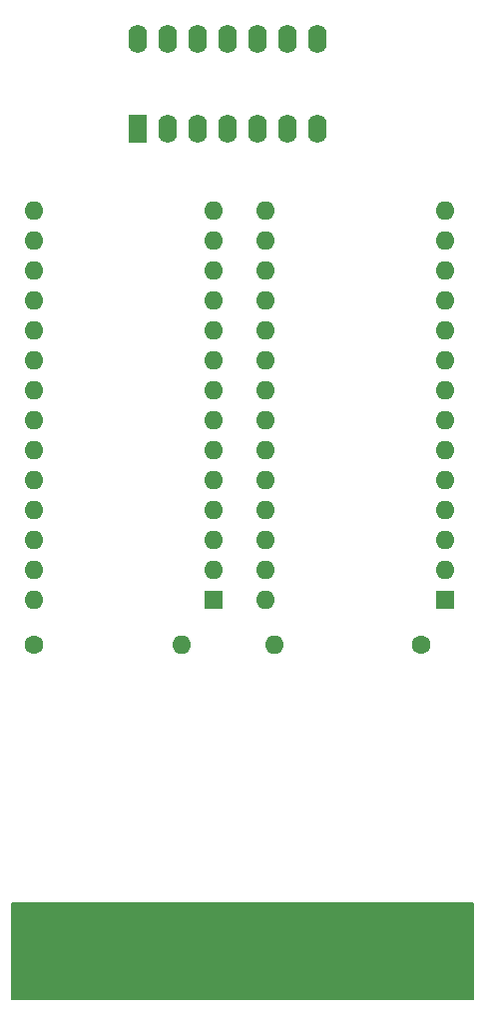
<source format=gbs>
%TF.GenerationSoftware,KiCad,Pcbnew,8.0.6+1*%
%TF.CreationDate,2024-12-27T18:58:42+01:00*%
%TF.ProjectId,QL_ROM_Cartridge_original,514c5f52-4f4d-45f4-9361-727472696467,0*%
%TF.SameCoordinates,Original*%
%TF.FileFunction,Soldermask,Bot*%
%TF.FilePolarity,Negative*%
%FSLAX46Y46*%
G04 Gerber Fmt 4.6, Leading zero omitted, Abs format (unit mm)*
G04 Created by KiCad (PCBNEW 8.0.6+1) date 2024-12-27 18:58:42*
%MOMM*%
%LPD*%
G01*
G04 APERTURE LIST*
%ADD10C,0.150000*%
%ADD11R,1.600000X1.600000*%
%ADD12O,1.600000X1.600000*%
%ADD13C,1.600000*%
%ADD14R,1.600000X2.400000*%
%ADD15O,1.600000X2.400000*%
G04 APERTURE END LIST*
D10*
%TO.C,J1*%
X39878000Y468000D02*
X762000Y468000D01*
X762000Y8596000D01*
X39878000Y8596000D01*
X39878000Y468000D01*
G36*
X39878000Y468000D02*
G01*
X762000Y468000D01*
X762000Y8596000D01*
X39878000Y8596000D01*
X39878000Y468000D01*
G37*
%TD*%
D11*
%TO.C,IC2*%
X37465000Y34290000D03*
D12*
X37465000Y36830000D03*
X37465000Y39370000D03*
X37465000Y41910000D03*
X37465000Y44450000D03*
X37465000Y46990000D03*
X37465000Y49530000D03*
X37465000Y52070000D03*
X37465000Y54610000D03*
X37465000Y57150000D03*
X37465000Y59690000D03*
X37465000Y62230000D03*
X37465000Y64770000D03*
X37465000Y67310000D03*
X22225000Y67310000D03*
X22225000Y64770000D03*
X22225000Y62230000D03*
X22225000Y59690000D03*
X22225000Y57150000D03*
X22225000Y54610000D03*
X22225000Y52070000D03*
X22225000Y49530000D03*
X22225000Y46990000D03*
X22225000Y44450000D03*
X22225000Y41910000D03*
X22225000Y39370000D03*
X22225000Y36830000D03*
X22225000Y34290000D03*
%TD*%
D11*
%TO.C,IC1*%
X17785000Y34300000D03*
D12*
X17785000Y36840000D03*
X17785000Y39380000D03*
X17785000Y41920000D03*
X17785000Y44460000D03*
X17785000Y47000000D03*
X17785000Y49540000D03*
X17785000Y52080000D03*
X17785000Y54620000D03*
X17785000Y57160000D03*
X17785000Y59700000D03*
X17785000Y62240000D03*
X17785000Y64780000D03*
X17785000Y67320000D03*
X2545000Y67320000D03*
X2545000Y64780000D03*
X2545000Y62240000D03*
X2545000Y59700000D03*
X2545000Y57160000D03*
X2545000Y54620000D03*
X2545000Y52080000D03*
X2545000Y49540000D03*
X2545000Y47000000D03*
X2545000Y44460000D03*
X2545000Y41920000D03*
X2545000Y39380000D03*
X2545000Y36840000D03*
X2545000Y34300000D03*
%TD*%
D13*
%TO.C,C1*%
X2620000Y30480000D03*
D12*
X15120000Y30480000D03*
%TD*%
D13*
%TO.C,C2*%
X35460000Y30480000D03*
D12*
X22960000Y30480000D03*
%TD*%
D14*
%TO.C,IC3*%
X11430000Y74295000D03*
D15*
X13970000Y74295000D03*
X16510000Y74295000D03*
X19050000Y74295000D03*
X21590000Y74295000D03*
X24130000Y74295000D03*
X26670000Y74295000D03*
X26670000Y81915000D03*
X24130000Y81915000D03*
X21590000Y81915000D03*
X19050000Y81915000D03*
X16510000Y81915000D03*
X13970000Y81915000D03*
X11430000Y81915000D03*
%TD*%
M02*

</source>
